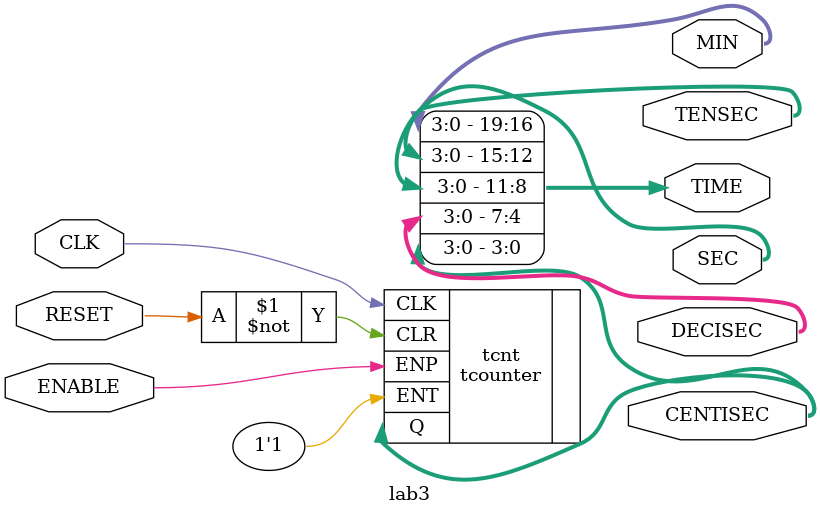
<source format=v>
module lab3(CLK, RESET, ENABLE, TIME, MIN, TENSEC, SEC, DECISEC, CENTISEC);
  input         CLK;
  input         RESET;
  input         ENABLE;

  output [19:0] TIME;
  output [3:0]  MIN;
  output [3:0]  TENSEC;
  output [3:0]  SEC;
  output [3:0]  DECISEC;
  output [3:0]  CENTISEC;


  // ADD YOUR CODE BELOW THIS LINE
  tcounter tcnt (
    .CLK(CLK),
    .CLR(~RESET),
    .ENP(ENABLE),
    .ENT(1'b1),
    .Q(CENTISEC)
  );
  // ADD YOUR CODE ABOVE THIS LINE

  assign TIME = {MIN, TENSEC, SEC, DECISEC, CENTISEC};

endmodule

</source>
